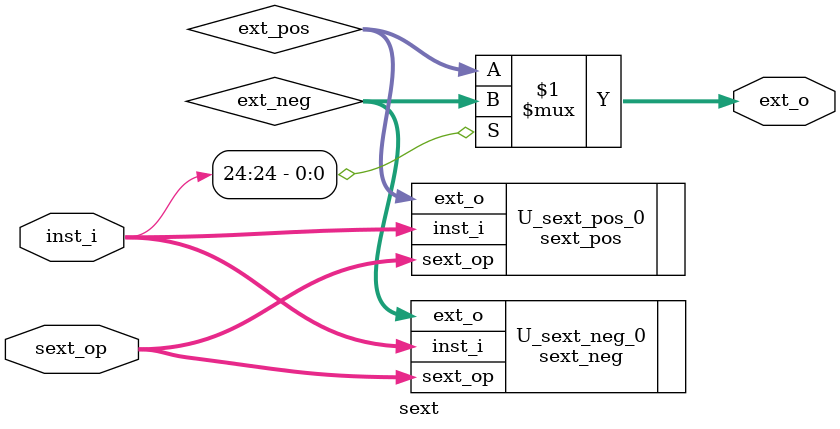
<source format=v>

`include "param.vh"


// ¶ÔÓ¦¹ØÏµ
// inst[31:7]   ------  inst_i[24:0]
// inst[31:20]  ------  inst_i[24:13]
// inst[31:25]  ------  inst_i[24:18]
// inst[11:7]   ------  inst_i[4:0]
// inst[31]     ------  inst_i[24]
// inst[7]      ------  inst_i[0]
// inst[30:25]  ------  inst_i[23:18]
// inst[11:8]   ------  inst_i[4:1]
// inst[31:12]  ------  inst_i[24:5]
// inst[19:12]  ------  inst_i[12:5]
// inst[20]     ------  inst_i[13]
// inst[30:21]  ------  inst_i[23:14]
module sext(
    input       [24:0]  inst_i,     // inst[31:7]
    input       [2:0]   sext_op,
    output      [31:0]  ext_o
    );
    wire [31:0] ext_pos;
    wire [31:0] ext_neg;
    // ÕýÊýµÄ·ûºÅÀ©Õ¹µ¥Ôª
    sext_pos U_sext_pos_0(
        .inst_i     (inst_i),
        .sext_op    (sext_op),
        .ext_o      (ext_pos)
    );
    // ¸ºÊýµÄ·ûºÅÀ©Õ¹µ¥Ôª
    sext_neg U_sext_neg_0(
        .inst_i     (inst_i),
        .sext_op    (sext_op),
        .ext_o      (ext_neg)
    );
    assign ext_o = inst_i[24] ? ext_neg : ext_pos;      // Èç¹ûÊÇÕýÊý£¬ÔòÓÃÕýÊýµÄ·ûºÅÀ©Õ¹£»Èç¹ûÊÇ¸ºÊýÔòÓÃ¸ºÊýµÄ·ûºÅ
endmodule

</source>
